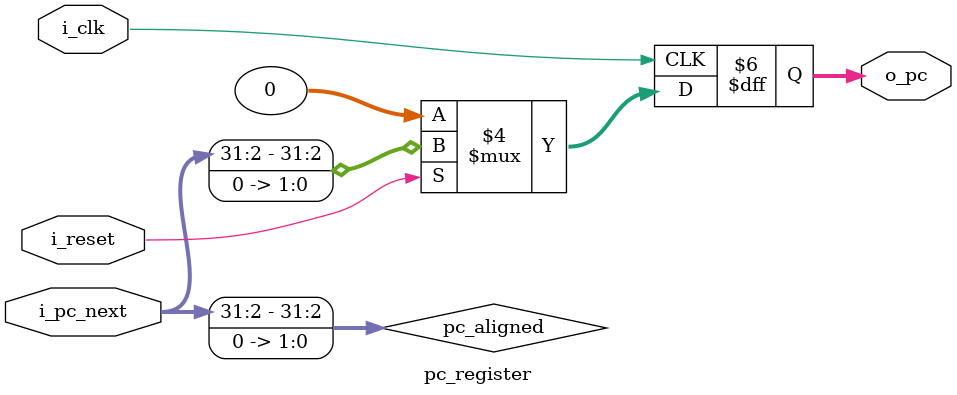
<source format=sv>
module pc_register (
    input  logic        i_clk,
    input  logic        i_reset,      // Active LOW
    input  logic [31:0] i_pc_next,
    output logic [31:0] o_pc
);
    logic [31:0] pc_aligned;
    
    assign pc_aligned = {i_pc_next[31:2], 2'b00};
    
    always_ff @(posedge i_clk) begin
        if (!i_reset)
            o_pc <= 32'h0000_0000;
        else
            o_pc <= pc_aligned;
    end
endmodule

</source>
